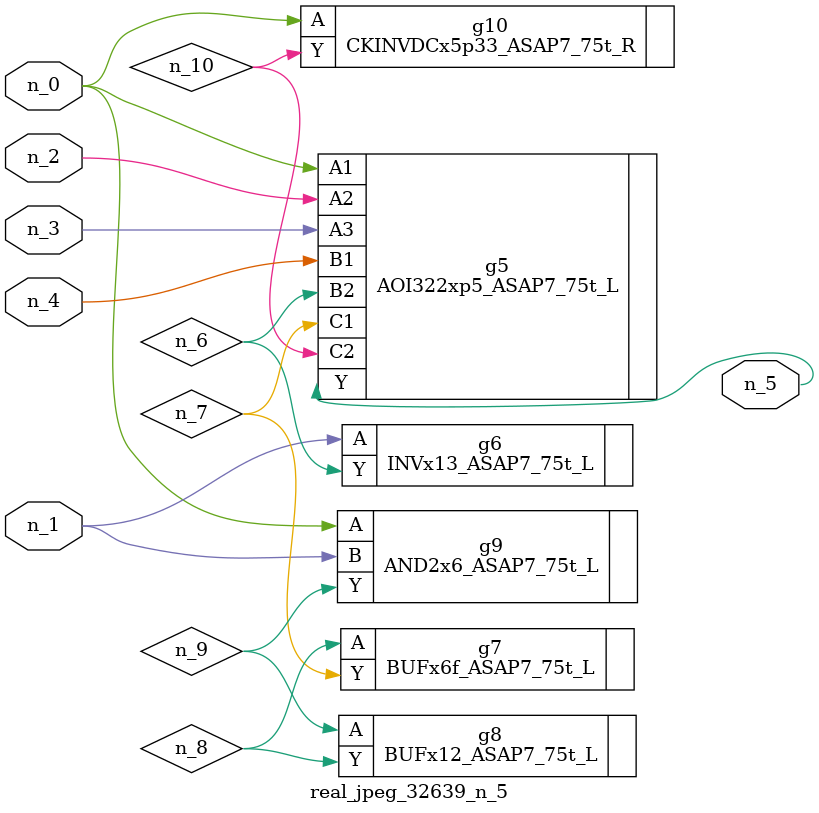
<source format=v>
module real_jpeg_32639_n_5 (n_4, n_0, n_1, n_2, n_3, n_5);

input n_4;
input n_0;
input n_1;
input n_2;
input n_3;

output n_5;

wire n_8;
wire n_6;
wire n_7;
wire n_10;
wire n_9;

AOI322xp5_ASAP7_75t_L g5 ( 
.A1(n_0),
.A2(n_2),
.A3(n_3),
.B1(n_4),
.B2(n_6),
.C1(n_7),
.C2(n_10),
.Y(n_5)
);

AND2x6_ASAP7_75t_L g9 ( 
.A(n_0),
.B(n_1),
.Y(n_9)
);

CKINVDCx5p33_ASAP7_75t_R g10 ( 
.A(n_0),
.Y(n_10)
);

INVx13_ASAP7_75t_L g6 ( 
.A(n_1),
.Y(n_6)
);

BUFx6f_ASAP7_75t_L g7 ( 
.A(n_8),
.Y(n_7)
);

BUFx12_ASAP7_75t_L g8 ( 
.A(n_9),
.Y(n_8)
);


endmodule
</source>
